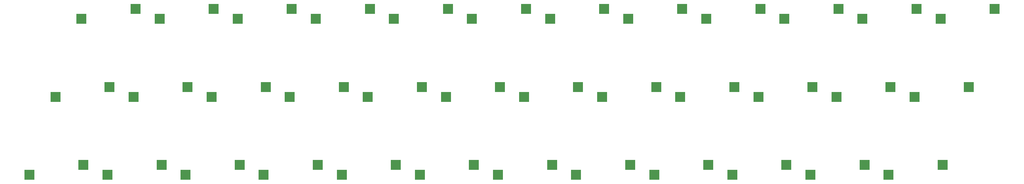
<source format=gbr>
%TF.GenerationSoftware,KiCad,Pcbnew,8.0.6*%
%TF.CreationDate,2026-02-10T22:10:33+01:00*%
%TF.ProjectId,keyboard,6b657962-6f61-4726-942e-6b696361645f,rev?*%
%TF.SameCoordinates,Original*%
%TF.FileFunction,Paste,Bot*%
%TF.FilePolarity,Positive*%
%FSLAX46Y46*%
G04 Gerber Fmt 4.6, Leading zero omitted, Abs format (unit mm)*
G04 Created by KiCad (PCBNEW 8.0.6) date 2026-02-10 22:10:33*
%MOMM*%
%LPD*%
G01*
G04 APERTURE LIST*
%ADD10R,2.550000X2.500000*%
G04 APERTURE END LIST*
D10*
%TO.C,SW6*%
X142940000Y-41960000D03*
X156790000Y-39420000D03*
%TD*%
%TO.C,SW29*%
X109606667Y-81960000D03*
X123456667Y-79420000D03*
%TD*%
%TO.C,SW35*%
X229606667Y-81960000D03*
X243456667Y-79420000D03*
%TD*%
%TO.C,SW4*%
X102940000Y-41960000D03*
X116790000Y-39420000D03*
%TD*%
%TO.C,SW13*%
X36273333Y-61960000D03*
X50123333Y-59420000D03*
%TD*%
%TO.C,SW1*%
X42940000Y-41960000D03*
X56790000Y-39420000D03*
%TD*%
%TO.C,SW20*%
X176273333Y-61960000D03*
X190123333Y-59420000D03*
%TD*%
%TO.C,SW5*%
X122940000Y-41960000D03*
X136790000Y-39420000D03*
%TD*%
%TO.C,SW36*%
X249606667Y-81960000D03*
X263456667Y-79420000D03*
%TD*%
%TO.C,SW12*%
X262940000Y-41960000D03*
X276790000Y-39420000D03*
%TD*%
%TO.C,SW3*%
X82940000Y-41960000D03*
X96790000Y-39420000D03*
%TD*%
%TO.C,SW23*%
X236273333Y-61960000D03*
X250123333Y-59420000D03*
%TD*%
%TO.C,SW17*%
X116273333Y-61960000D03*
X130123333Y-59420000D03*
%TD*%
%TO.C,SW33*%
X189606667Y-81960000D03*
X203456667Y-79420000D03*
%TD*%
%TO.C,SW18*%
X136273333Y-61960000D03*
X150123333Y-59420000D03*
%TD*%
%TO.C,SW34*%
X209606667Y-81960000D03*
X223456667Y-79420000D03*
%TD*%
%TO.C,SW26*%
X49606667Y-81960000D03*
X63456667Y-79420000D03*
%TD*%
%TO.C,SW24*%
X256273333Y-61960000D03*
X270123333Y-59420000D03*
%TD*%
%TO.C,SW21*%
X196273333Y-61960000D03*
X210123333Y-59420000D03*
%TD*%
%TO.C,SW11*%
X242940000Y-41960000D03*
X256790000Y-39420000D03*
%TD*%
%TO.C,SW27*%
X69606667Y-81960000D03*
X83456667Y-79420000D03*
%TD*%
%TO.C,SW2*%
X62940000Y-41960000D03*
X76790000Y-39420000D03*
%TD*%
%TO.C,SW10*%
X222940000Y-41960000D03*
X236790000Y-39420000D03*
%TD*%
%TO.C,SW28*%
X89606667Y-81960000D03*
X103456667Y-79420000D03*
%TD*%
%TO.C,SW32*%
X169606667Y-81960000D03*
X183456667Y-79420000D03*
%TD*%
%TO.C,SW19*%
X156273333Y-61960000D03*
X170123333Y-59420000D03*
%TD*%
%TO.C,SW31*%
X149606667Y-81960000D03*
X163456667Y-79420000D03*
%TD*%
%TO.C,SW30*%
X129606667Y-81960000D03*
X143456667Y-79420000D03*
%TD*%
%TO.C,SW22*%
X216273333Y-61960000D03*
X230123333Y-59420000D03*
%TD*%
%TO.C,SW8*%
X182940000Y-41960000D03*
X196790000Y-39420000D03*
%TD*%
%TO.C,SW7*%
X162940000Y-41960000D03*
X176790000Y-39420000D03*
%TD*%
%TO.C,SW16*%
X96273333Y-61960000D03*
X110123333Y-59420000D03*
%TD*%
%TO.C,SW25*%
X29606667Y-81960000D03*
X43456667Y-79420000D03*
%TD*%
%TO.C,SW9*%
X202940000Y-41960000D03*
X216790000Y-39420000D03*
%TD*%
%TO.C,SW14*%
X56273333Y-61960000D03*
X70123333Y-59420000D03*
%TD*%
%TO.C,SW15*%
X76273333Y-61960000D03*
X90123333Y-59420000D03*
%TD*%
M02*

</source>
